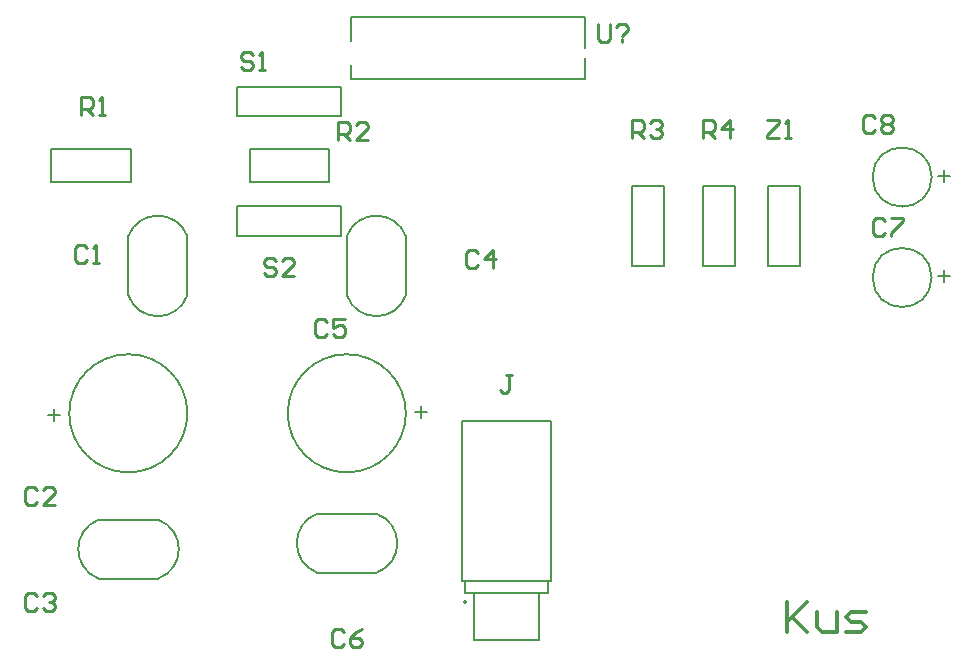
<source format=gto>
G04*
G04 #@! TF.GenerationSoftware,Altium Limited,Altium Designer,20.2.5 (213)*
G04*
G04 Layer_Color=65535*
%FSLAX25Y25*%
%MOIN*%
G70*
G04*
G04 #@! TF.SameCoordinates,C82EAABF-E96C-4361-AD7C-52AFF524FF79*
G04*
G04*
G04 #@! TF.FilePolarity,Positive*
G04*
G01*
G75*
%ADD10C,0.00787*%
%ADD11C,0.00600*%
%ADD12C,0.00500*%
%ADD13C,0.01181*%
%ADD14C,0.01000*%
D10*
X216929Y104413D02*
G03*
X216929Y104413I-394J0D01*
G01*
X372110Y246063D02*
G03*
X372110Y246063I-9843J0D01*
G01*
X187008Y114173D02*
G03*
X187008Y133858I-3420J9843D01*
G01*
X167323D02*
G03*
X167323Y114173I3682J-9843D01*
G01*
X196850Y167323D02*
G03*
X196850Y167323I-19685J0D01*
G01*
X177165Y206693D02*
G03*
X196850Y206693I9843J3420D01*
G01*
Y226378D02*
G03*
X177165Y226378I-9843J-3682D01*
G01*
X104331Y206693D02*
G03*
X124016Y206693I9843J3420D01*
G01*
Y226378D02*
G03*
X104331Y226378I-9843J-3682D01*
G01*
X124016Y167323D02*
G03*
X124016Y167323I-19685J0D01*
G01*
X114173Y112205D02*
G03*
X114173Y131890I-3420J9843D01*
G01*
X94488D02*
G03*
X94488Y112205I3682J-9843D01*
G01*
X372110Y212598D02*
G03*
X372110Y212598I-9843J0D01*
G01*
X175197Y226575D02*
Y236417D01*
X140638Y226575D02*
X175197D01*
X140638D02*
Y236417D01*
X155020D01*
X150098D02*
X175197D01*
Y266339D02*
Y276181D01*
X140638Y266339D02*
X175197D01*
X140638D02*
Y276181D01*
X155020D01*
X150098D02*
X175197D01*
X376268Y244563D02*
Y248563D01*
X374268Y246563D02*
X378268D01*
X167323Y114173D02*
X172244D01*
X182087D02*
X187008D01*
X167323Y133858D02*
X187008D01*
X172244Y114173D02*
X182087D01*
X202008Y165823D02*
Y169823D01*
X200008Y167823D02*
X204008D01*
X177165Y221457D02*
Y226378D01*
Y206693D02*
Y211614D01*
X196850Y206693D02*
Y226378D01*
X177165Y211614D02*
Y221457D01*
X104331D02*
Y226378D01*
Y206693D02*
Y211614D01*
X124016Y206693D02*
Y226378D01*
X104331Y211614D02*
Y221457D01*
X79488Y164823D02*
Y168823D01*
X77488Y166823D02*
X81488D01*
X94488Y112205D02*
X99410D01*
X109252D02*
X114173D01*
X94488Y131890D02*
X114173D01*
X99410Y112205D02*
X109252D01*
X376268Y211098D02*
Y215098D01*
X374268Y213098D02*
X378268D01*
D11*
X144776Y255421D02*
X171366D01*
X144776Y244579D02*
Y255421D01*
Y244579D02*
X171366D01*
Y255421D01*
X256698Y289157D02*
Y299452D01*
X178498Y278752D02*
X256698D01*
Y285646D01*
X178498Y299452D02*
X256698D01*
X178498Y291454D02*
Y299452D01*
Y278752D02*
Y283350D01*
X78634Y255421D02*
X105224D01*
X78634Y244579D02*
Y255421D01*
Y244579D02*
X105224D01*
Y255421D01*
X317413Y216429D02*
Y243020D01*
Y216429D02*
X328256D01*
Y243020D01*
X317413D02*
X328256D01*
X282980Y216429D02*
Y243020D01*
X272138D02*
X282980D01*
X272138Y216429D02*
Y243020D01*
Y216429D02*
X282980D01*
X306602D02*
Y243020D01*
X295760D02*
X306602D01*
X295760Y216429D02*
Y243020D01*
Y216429D02*
X306602D01*
D12*
X241142Y91815D02*
Y107563D01*
X219488Y91815D02*
X241142D01*
X219488D02*
Y107563D01*
X244094D02*
Y111500D01*
X241142Y107563D02*
X244094D01*
X219488D02*
X241142D01*
X216535D02*
X219488D01*
X216535D02*
Y111500D01*
X215551D02*
X216535D01*
X244094D01*
X245079D01*
Y164650D01*
X215551D02*
X245079D01*
X215551Y111500D02*
Y164650D01*
D13*
X324016Y104327D02*
Y94488D01*
Y97768D01*
X330575Y104327D01*
X325656Y99408D01*
X330575Y94488D01*
X333855Y101048D02*
Y96128D01*
X335495Y94488D01*
X340415D01*
Y101048D01*
X343694Y94488D02*
X348614D01*
X350254Y96128D01*
X348614Y97768D01*
X345334D01*
X343694Y99408D01*
X345334Y101048D01*
X350254D01*
D14*
X153725Y218141D02*
X152725Y219141D01*
X150726D01*
X149726Y218141D01*
Y217141D01*
X150726Y216142D01*
X152725D01*
X153725Y215142D01*
Y214142D01*
X152725Y213143D01*
X150726D01*
X149726Y214142D01*
X159723Y213143D02*
X155724D01*
X159723Y217141D01*
Y218141D01*
X158723Y219141D01*
X156724D01*
X155724Y218141D01*
X146063Y286645D02*
X145063Y287645D01*
X143064D01*
X142064Y286645D01*
Y285645D01*
X143064Y284646D01*
X145063D01*
X146063Y283646D01*
Y282646D01*
X145063Y281647D01*
X143064D01*
X142064Y282646D01*
X148062Y281647D02*
X150062D01*
X149062D01*
Y287645D01*
X148062Y286645D01*
X174135Y258418D02*
Y264416D01*
X177135D01*
X178134Y263417D01*
Y261417D01*
X177135Y260418D01*
X174135D01*
X176135D02*
X178134Y258418D01*
X184132D02*
X180133D01*
X184132Y262417D01*
Y263417D01*
X183133Y264416D01*
X181133D01*
X180133Y263417D01*
X260750Y297094D02*
Y292095D01*
X261749Y291095D01*
X263749D01*
X264748Y292095D01*
Y297094D01*
X266748Y296094D02*
X267747Y297094D01*
X269747D01*
X270746Y296094D01*
Y295094D01*
X268747Y293095D01*
Y292095D02*
Y291095D01*
X232314Y180164D02*
X230315D01*
X231315D01*
Y175166D01*
X230315Y174166D01*
X229315D01*
X228316Y175166D01*
X353331Y265779D02*
X352331Y266779D01*
X350332D01*
X349332Y265779D01*
Y261780D01*
X350332Y260781D01*
X352331D01*
X353331Y261780D01*
X355330Y265779D02*
X356330Y266779D01*
X358329D01*
X359329Y265779D01*
Y264779D01*
X358329Y263779D01*
X359329Y262780D01*
Y261780D01*
X358329Y260781D01*
X356330D01*
X355330Y261780D01*
Y262780D01*
X356330Y263779D01*
X355330Y264779D01*
Y265779D01*
X356330Y263779D02*
X358329D01*
X176166Y94519D02*
X175166Y95519D01*
X173167D01*
X172167Y94519D01*
Y90520D01*
X173167Y89521D01*
X175166D01*
X176166Y90520D01*
X182164Y95519D02*
X180164Y94519D01*
X178165Y92520D01*
Y90520D01*
X179165Y89521D01*
X181164D01*
X182164Y90520D01*
Y91520D01*
X181164Y92520D01*
X178165D01*
X170654Y197669D02*
X169654Y198668D01*
X167655D01*
X166655Y197669D01*
Y193670D01*
X167655Y192670D01*
X169654D01*
X170654Y193670D01*
X176652Y198668D02*
X172653D01*
Y195669D01*
X174653Y196669D01*
X175652D01*
X176652Y195669D01*
Y193670D01*
X175652Y192670D01*
X173653D01*
X172653Y193670D01*
X221048Y220897D02*
X220048Y221897D01*
X218049D01*
X217049Y220897D01*
Y216898D01*
X218049Y215899D01*
X220048D01*
X221048Y216898D01*
X226046Y215899D02*
Y221897D01*
X223047Y218898D01*
X227046D01*
X90551Y222472D02*
X89552Y223471D01*
X87552D01*
X86553Y222472D01*
Y218473D01*
X87552Y217473D01*
X89552D01*
X90551Y218473D01*
X92550Y217473D02*
X94550D01*
X93550D01*
Y223471D01*
X92550Y222472D01*
X88521Y266686D02*
Y272684D01*
X91520D01*
X92520Y271684D01*
Y269685D01*
X91520Y268685D01*
X88521D01*
X90520D02*
X92520Y266686D01*
X94519D02*
X96518D01*
X95519D01*
Y272684D01*
X94519Y271684D01*
X73804Y141763D02*
X72804Y142763D01*
X70804D01*
X69805Y141763D01*
Y137764D01*
X70804Y136765D01*
X72804D01*
X73804Y137764D01*
X79801Y136765D02*
X75803D01*
X79801Y140763D01*
Y141763D01*
X78802Y142763D01*
X76802D01*
X75803Y141763D01*
X73804Y106330D02*
X72804Y107330D01*
X70804D01*
X69805Y106330D01*
Y102331D01*
X70804Y101332D01*
X72804D01*
X73804Y102331D01*
X75803Y106330D02*
X76802Y107330D01*
X78802D01*
X79801Y106330D01*
Y105330D01*
X78802Y104331D01*
X77802D01*
X78802D01*
X79801Y103331D01*
Y102331D01*
X78802Y101332D01*
X76802D01*
X75803Y102331D01*
X356416Y231447D02*
X355417Y232447D01*
X353417D01*
X352418Y231447D01*
Y227448D01*
X353417Y226448D01*
X355417D01*
X356416Y227448D01*
X358416Y232447D02*
X362415D01*
Y231447D01*
X358416Y227448D01*
Y226448D01*
X317378Y265161D02*
X321377D01*
Y264161D01*
X317378Y260163D01*
Y259163D01*
X321377D01*
X323376D02*
X325375D01*
X324376D01*
Y265161D01*
X323376Y264161D01*
X272126Y259127D02*
Y265125D01*
X275125D01*
X276125Y264125D01*
Y262126D01*
X275125Y261126D01*
X272126D01*
X274125D02*
X276125Y259127D01*
X278124Y264125D02*
X279124Y265125D01*
X281123D01*
X282123Y264125D01*
Y263125D01*
X281123Y262126D01*
X280123D01*
X281123D01*
X282123Y261126D01*
Y260126D01*
X281123Y259127D01*
X279124D01*
X278124Y260126D01*
X295752Y259195D02*
Y265193D01*
X298751D01*
X299751Y264194D01*
Y262194D01*
X298751Y261195D01*
X295752D01*
X297751D02*
X299751Y259195D01*
X304749D02*
Y265193D01*
X301750Y262194D01*
X305749D01*
M02*

</source>
